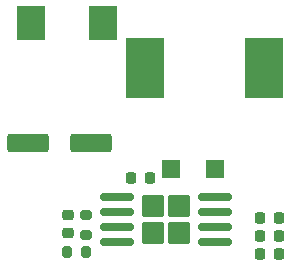
<source format=gbr>
%TF.GenerationSoftware,KiCad,Pcbnew,6.0.2+dfsg-1*%
%TF.CreationDate,2022-12-10T13:13:51-05:00*%
%TF.ProjectId,5v-8a-ps,35762d38-612d-4707-932e-6b696361645f,rev?*%
%TF.SameCoordinates,Original*%
%TF.FileFunction,Paste,Top*%
%TF.FilePolarity,Positive*%
%FSLAX46Y46*%
G04 Gerber Fmt 4.6, Leading zero omitted, Abs format (unit mm)*
G04 Created by KiCad (PCBNEW 6.0.2+dfsg-1) date 2022-12-10 13:13:51*
%MOMM*%
%LPD*%
G01*
G04 APERTURE LIST*
G04 Aperture macros list*
%AMRoundRect*
0 Rectangle with rounded corners*
0 $1 Rounding radius*
0 $2 $3 $4 $5 $6 $7 $8 $9 X,Y pos of 4 corners*
0 Add a 4 corners polygon primitive as box body*
4,1,4,$2,$3,$4,$5,$6,$7,$8,$9,$2,$3,0*
0 Add four circle primitives for the rounded corners*
1,1,$1+$1,$2,$3*
1,1,$1+$1,$4,$5*
1,1,$1+$1,$6,$7*
1,1,$1+$1,$8,$9*
0 Add four rect primitives between the rounded corners*
20,1,$1+$1,$2,$3,$4,$5,0*
20,1,$1+$1,$4,$5,$6,$7,0*
20,1,$1+$1,$6,$7,$8,$9,0*
20,1,$1+$1,$8,$9,$2,$3,0*%
G04 Aperture macros list end*
%ADD10R,2.400000X2.900000*%
%ADD11RoundRect,0.250001X-0.704999X-0.679999X0.704999X-0.679999X0.704999X0.679999X-0.704999X0.679999X0*%
%ADD12RoundRect,0.175000X-1.250000X-0.175000X1.250000X-0.175000X1.250000X0.175000X-1.250000X0.175000X0*%
%ADD13RoundRect,0.200000X-0.200000X-0.275000X0.200000X-0.275000X0.200000X0.275000X-0.200000X0.275000X0*%
%ADD14R,3.200000X5.100000*%
%ADD15R,1.530000X1.630000*%
%ADD16RoundRect,0.225000X-0.250000X0.225000X-0.250000X-0.225000X0.250000X-0.225000X0.250000X0.225000X0*%
%ADD17RoundRect,0.225000X-0.225000X-0.250000X0.225000X-0.250000X0.225000X0.250000X-0.225000X0.250000X0*%
%ADD18RoundRect,0.250000X-1.500000X-0.550000X1.500000X-0.550000X1.500000X0.550000X-1.500000X0.550000X0*%
%ADD19RoundRect,0.200000X0.275000X-0.200000X0.275000X0.200000X-0.275000X0.200000X-0.275000X-0.200000X0*%
G04 APERTURE END LIST*
D10*
%TO.C,C6*%
X75440000Y-86360000D03*
X69340000Y-86360000D03*
%TD*%
D11*
%TO.C,U4*%
X81912000Y-101887000D03*
X79632000Y-101887000D03*
X79632000Y-104107000D03*
X81912000Y-104107000D03*
D12*
X76622000Y-101092000D03*
X76622000Y-102362000D03*
X76622000Y-103632000D03*
X76622000Y-104902000D03*
X84922000Y-104902000D03*
X84922000Y-103632000D03*
X84922000Y-102362000D03*
X84922000Y-101092000D03*
%TD*%
D13*
%TO.C,R2*%
X72391000Y-105727000D03*
X74041000Y-105727000D03*
%TD*%
D14*
%TO.C,L1*%
X89094000Y-90170000D03*
X78994000Y-90170000D03*
%TD*%
D15*
%TO.C,D1*%
X84958000Y-98679000D03*
X81158000Y-98679000D03*
%TD*%
D16*
%TO.C,C7*%
X72517000Y-102616000D03*
X72517000Y-104166000D03*
%TD*%
D17*
%TO.C,C5*%
X88760000Y-105918000D03*
X90310000Y-105918000D03*
%TD*%
%TO.C,C4*%
X88760000Y-102870000D03*
X90310000Y-102870000D03*
%TD*%
%TO.C,C3*%
X88760000Y-104394000D03*
X90310000Y-104394000D03*
%TD*%
%TO.C,C2*%
X77838000Y-99441000D03*
X79388000Y-99441000D03*
%TD*%
D18*
%TO.C,C1*%
X69055000Y-96520000D03*
X74455000Y-96520000D03*
%TD*%
D19*
%TO.C,R1*%
X74041000Y-104266000D03*
X74041000Y-102616000D03*
%TD*%
M02*

</source>
